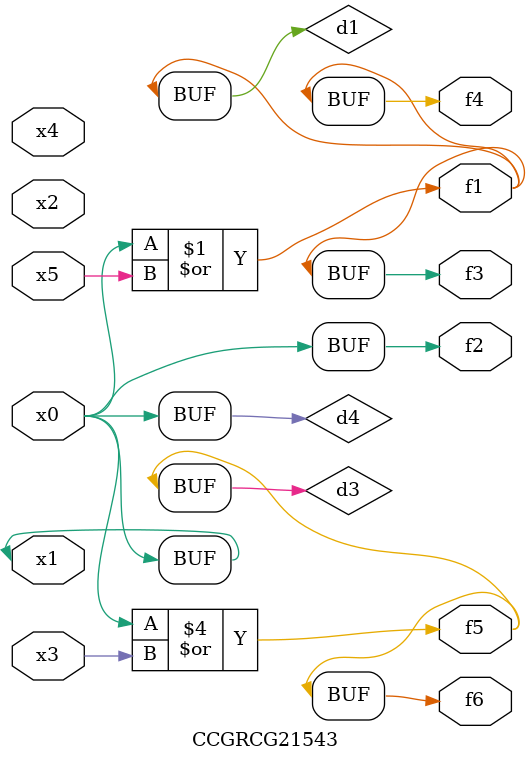
<source format=v>
module CCGRCG21543(
	input x0, x1, x2, x3, x4, x5,
	output f1, f2, f3, f4, f5, f6
);

	wire d1, d2, d3, d4;

	or (d1, x0, x5);
	xnor (d2, x1, x4);
	or (d3, x0, x3);
	buf (d4, x0, x1);
	assign f1 = d1;
	assign f2 = d4;
	assign f3 = d1;
	assign f4 = d1;
	assign f5 = d3;
	assign f6 = d3;
endmodule

</source>
